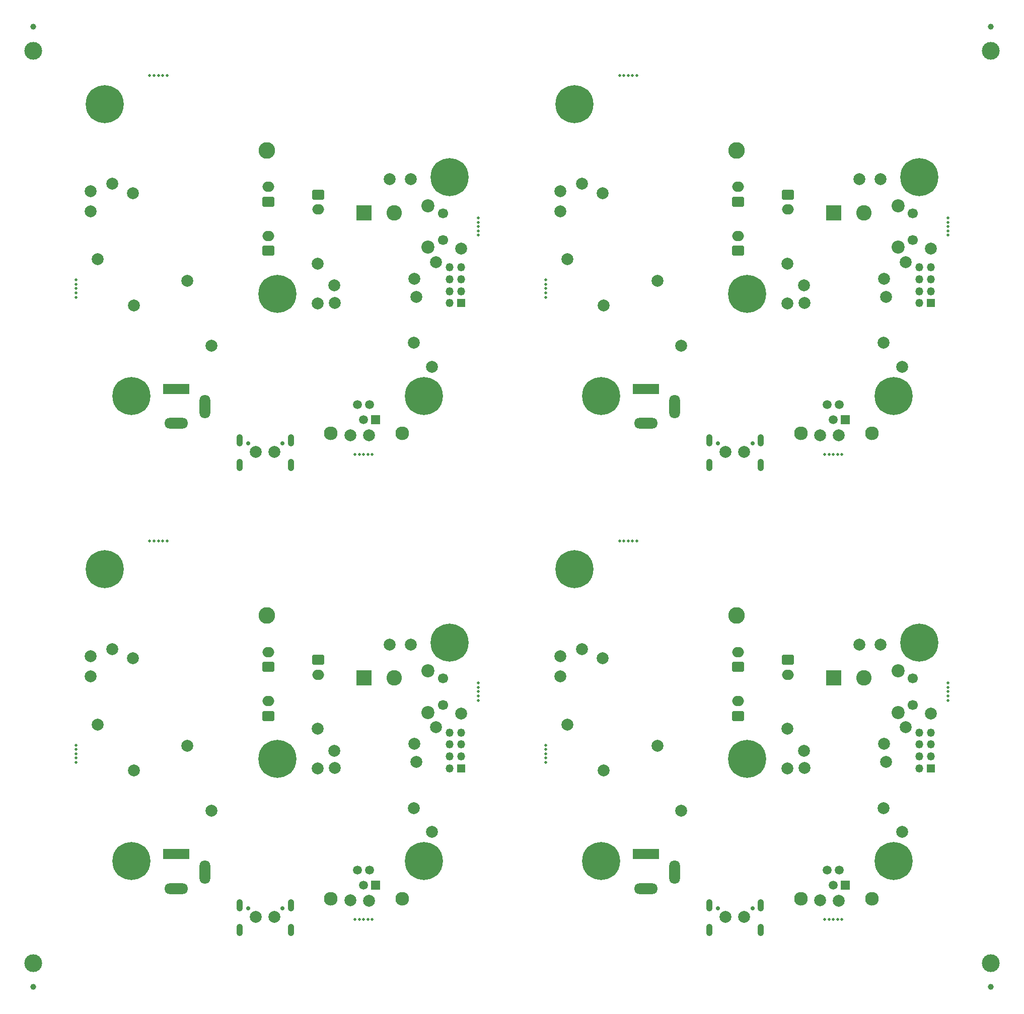
<source format=gbs>
G04 #@! TF.GenerationSoftware,KiCad,Pcbnew,6.0.0-d3dd2cf0fa~116~ubuntu20.04.1*
G04 #@! TF.CreationDate,2023-02-13T12:17:36+00:00*
G04 #@! TF.ProjectId,pixel-pump-mainboard-panel,70697865-6c2d-4707-956d-702d6d61696e,rev?*
G04 #@! TF.SameCoordinates,Original*
G04 #@! TF.FileFunction,Soldermask,Bot*
G04 #@! TF.FilePolarity,Negative*
%FSLAX46Y46*%
G04 Gerber Fmt 4.6, Leading zero omitted, Abs format (unit mm)*
G04 Created by KiCad (PCBNEW 6.0.0-d3dd2cf0fa~116~ubuntu20.04.1) date 2023-02-13 12:17:36*
%MOMM*%
%LPD*%
G01*
G04 APERTURE LIST*
G04 Aperture macros list*
%AMRoundRect*
0 Rectangle with rounded corners*
0 $1 Rounding radius*
0 $2 $3 $4 $5 $6 $7 $8 $9 X,Y pos of 4 corners*
0 Add a 4 corners polygon primitive as box body*
4,1,4,$2,$3,$4,$5,$6,$7,$8,$9,$2,$3,0*
0 Add four circle primitives for the rounded corners*
1,1,$1+$1,$2,$3*
1,1,$1+$1,$4,$5*
1,1,$1+$1,$6,$7*
1,1,$1+$1,$8,$9*
0 Add four rect primitives between the rounded corners*
20,1,$1+$1,$2,$3,$4,$5,0*
20,1,$1+$1,$4,$5,$6,$7,0*
20,1,$1+$1,$6,$7,$8,$9,0*
20,1,$1+$1,$8,$9,$2,$3,0*%
G04 Aperture macros list end*
%ADD10C,0.500000*%
%ADD11C,3.000000*%
%ADD12C,0.800000*%
%ADD13C,6.400000*%
%ADD14C,2.300000*%
%ADD15R,1.500000X1.500000*%
%ADD16C,1.500000*%
%ADD17RoundRect,0.250000X-0.750000X0.600000X-0.750000X-0.600000X0.750000X-0.600000X0.750000X0.600000X0*%
%ADD18O,2.000000X1.700000*%
%ADD19C,0.700000*%
%ADD20O,1.050000X2.100000*%
%ADD21RoundRect,0.250000X0.750000X-0.600000X0.750000X0.600000X-0.750000X0.600000X-0.750000X-0.600000X0*%
%ADD22C,2.800000*%
%ADD23C,2.200000*%
%ADD24C,1.700000*%
%ADD25R,4.400000X1.800000*%
%ADD26O,4.000000X1.800000*%
%ADD27O,1.800000X4.000000*%
%ADD28R,2.600000X2.600000*%
%ADD29C,2.600000*%
%ADD30R,1.350000X1.350000*%
%ADD31O,1.350000X1.350000*%
%ADD32C,2.000000*%
%ADD33C,1.000000*%
G04 APERTURE END LIST*
D10*
G04 #@! TO.C,REF\u002A\u002A*
X104760400Y-89459619D03*
G04 #@! TD*
G04 #@! TO.C,REF\u002A\u002A*
X90200000Y-47756399D03*
G04 #@! TD*
D11*
G04 #@! TO.C,REF\u002A\u002A*
X165000000Y-160519239D03*
G04 #@! TD*
D10*
G04 #@! TO.C,REF\u002A\u002A*
X78799999Y-35141999D03*
G04 #@! TD*
G04 #@! TO.C,REF\u002A\u002A*
X90200000Y-123841019D03*
G04 #@! TD*
G04 #@! TO.C,REF\u002A\u002A*
X23585401Y-11200000D03*
G04 #@! TD*
G04 #@! TO.C,REF\u002A\u002A*
X90200000Y-125291019D03*
G04 #@! TD*
D12*
G04 #@! TO.C,H3*
X47476000Y-126180019D03*
X45076000Y-123780019D03*
X43378944Y-124482963D03*
X46773056Y-127877075D03*
D13*
X45076000Y-126180019D03*
D12*
X42676000Y-126180019D03*
X46773056Y-124482963D03*
X45076000Y-128580019D03*
X43378944Y-127877075D03*
G04 #@! TD*
D14*
G04 #@! TO.C,J3*
X133062000Y-149667019D03*
X145062000Y-149667019D03*
D15*
X140592000Y-147367019D03*
D16*
X139572000Y-144827019D03*
X138552000Y-147367019D03*
X137532000Y-144827019D03*
G04 #@! TD*
D10*
G04 #@! TO.C,REF\u002A\u002A*
X11200001Y-46306399D03*
G04 #@! TD*
G04 #@! TO.C,REF\u002A\u002A*
X137102000Y-153160875D03*
G04 #@! TD*
G04 #@! TO.C,REF\u002A\u002A*
X78799999Y-115576619D03*
G04 #@! TD*
G04 #@! TO.C,REF\u002A\u002A*
X26485401Y-11200000D03*
G04 #@! TD*
G04 #@! TO.C,REF\u002A\u002A*
X157799999Y-114851619D03*
G04 #@! TD*
G04 #@! TO.C,REF\u002A\u002A*
X140002000Y-153160875D03*
G04 #@! TD*
G04 #@! TO.C,REF\u002A\u002A*
X78799999Y-38041999D03*
G04 #@! TD*
G04 #@! TO.C,REF\u002A\u002A*
X90200000Y-126016019D03*
G04 #@! TD*
D17*
G04 #@! TO.C,J4*
X130900200Y-31227199D03*
D18*
X130900200Y-33727199D03*
G04 #@! TD*
D19*
G04 #@! TO.C,J12*
X124934000Y-73056899D03*
X119154000Y-73056899D03*
D20*
X117724000Y-72526899D03*
X126364000Y-72526899D03*
X117724000Y-76706899D03*
X126364000Y-76706899D03*
G04 #@! TD*
D11*
G04 #@! TO.C,REF\u002A\u002A*
X4000000Y-7000000D03*
G04 #@! TD*
D10*
G04 #@! TO.C,REF\u002A\u002A*
X25760401Y-11200000D03*
G04 #@! TD*
D12*
G04 #@! TO.C,H5*
X17715456Y-95923875D03*
X14321344Y-92529763D03*
X13618400Y-94226819D03*
X16018400Y-91826819D03*
D13*
X16018400Y-94226819D03*
D12*
X18418400Y-94226819D03*
X17715456Y-92529763D03*
X16018400Y-96626819D03*
X14321344Y-95923875D03*
G04 #@! TD*
D10*
G04 #@! TO.C,REF\u002A\u002A*
X11200001Y-45581399D03*
G04 #@! TD*
G04 #@! TO.C,REF\u002A\u002A*
X90200000Y-45581399D03*
G04 #@! TD*
G04 #@! TO.C,REF\u002A\u002A*
X90200000Y-126741019D03*
G04 #@! TD*
D21*
G04 #@! TO.C,J1*
X122535000Y-110666019D03*
D18*
X122535000Y-108166019D03*
G04 #@! TD*
D10*
G04 #@! TO.C,REF\u002A\u002A*
X11200001Y-48481399D03*
G04 #@! TD*
D12*
G04 #@! TO.C,H4*
X101888800Y-143350419D03*
X97791744Y-145047475D03*
X101185856Y-145047475D03*
D13*
X99488800Y-143350419D03*
D12*
X97088800Y-143350419D03*
X97791744Y-141653363D03*
X99488800Y-145750419D03*
X99488800Y-140950419D03*
X101185856Y-141653363D03*
G04 #@! TD*
G04 #@! TO.C,H1*
X151063200Y-65090799D03*
X150360256Y-66787855D03*
X148663200Y-62690799D03*
D13*
X148663200Y-65090799D03*
D12*
X148663200Y-67490799D03*
X146263200Y-65090799D03*
X146966144Y-66787855D03*
X146966144Y-63393743D03*
X150360256Y-63393743D03*
G04 #@! TD*
D19*
G04 #@! TO.C,J12*
X124934000Y-151316519D03*
X119154000Y-151316519D03*
D20*
X117724000Y-150786519D03*
X126364000Y-150786519D03*
X117724000Y-154966519D03*
X126364000Y-154966519D03*
G04 #@! TD*
D13*
G04 #@! TO.C,H5*
X95018400Y-15967199D03*
D12*
X92618400Y-15967199D03*
X96715456Y-14270143D03*
X95018400Y-18367199D03*
X95018400Y-13567199D03*
X93321344Y-17664255D03*
X97418400Y-15967199D03*
X93321344Y-14270143D03*
X96715456Y-17664255D03*
G04 #@! TD*
D21*
G04 #@! TO.C,J1*
X122535000Y-32406399D03*
D18*
X122535000Y-29906399D03*
G04 #@! TD*
D10*
G04 #@! TO.C,REF\u002A\u002A*
X140002000Y-74901255D03*
G04 #@! TD*
D12*
G04 #@! TO.C,H4*
X99488800Y-67490799D03*
X97791744Y-66787855D03*
X101185856Y-66787855D03*
X97791744Y-63393743D03*
X101888800Y-65090799D03*
X99488800Y-62690799D03*
X97088800Y-65090799D03*
X101185856Y-63393743D03*
D13*
X99488800Y-65090799D03*
G04 #@! TD*
D10*
G04 #@! TO.C,REF\u002A\u002A*
X24310401Y-89459619D03*
G04 #@! TD*
D21*
G04 #@! TO.C,J1*
X43535000Y-110666019D03*
D18*
X43535000Y-108166019D03*
G04 #@! TD*
D10*
G04 #@! TO.C,REF\u002A\u002A*
X138552000Y-153160875D03*
G04 #@! TD*
D22*
G04 #@! TO.C,TP19*
X122298000Y-23790399D03*
G04 #@! TD*
D10*
G04 #@! TO.C,REF\u002A\u002A*
X103310400Y-89459619D03*
G04 #@! TD*
G04 #@! TO.C,REF\u002A\u002A*
X24310401Y-11200000D03*
G04 #@! TD*
D17*
G04 #@! TO.C,J4*
X51900200Y-31227199D03*
D18*
X51900200Y-33727199D03*
G04 #@! TD*
D17*
G04 #@! TO.C,J4*
X51900200Y-109486819D03*
D18*
X51900200Y-111986819D03*
G04 #@! TD*
D10*
G04 #@! TO.C,REF\u002A\u002A*
X78799999Y-36591999D03*
G04 #@! TD*
D23*
G04 #@! TO.C,SW1*
X149403800Y-118351619D03*
X149403800Y-111351619D03*
D24*
X151903800Y-112601619D03*
X151903800Y-117101619D03*
G04 #@! TD*
D10*
G04 #@! TO.C,REF\u002A\u002A*
X157799999Y-35141999D03*
G04 #@! TD*
D11*
G04 #@! TO.C,REF\u002A\u002A*
X165000000Y-7000000D03*
G04 #@! TD*
D14*
G04 #@! TO.C,J3*
X54062000Y-149667019D03*
X66062000Y-149667019D03*
D15*
X61592000Y-147367019D03*
D16*
X60572000Y-144827019D03*
X59552000Y-147367019D03*
X58532000Y-144827019D03*
G04 #@! TD*
D25*
G04 #@! TO.C,J5*
X107067600Y-63922399D03*
D26*
X107067600Y-69722399D03*
D27*
X111867600Y-66922399D03*
G04 #@! TD*
D12*
G04 #@! TO.C,H3*
X125773056Y-127877075D03*
D13*
X124076000Y-126180019D03*
D12*
X126476000Y-126180019D03*
X122378944Y-127877075D03*
X125773056Y-124482963D03*
X121676000Y-126180019D03*
X124076000Y-123780019D03*
X124076000Y-128580019D03*
X122378944Y-124482963D03*
G04 #@! TD*
D23*
G04 #@! TO.C,SW1*
X149403800Y-33091999D03*
X149403800Y-40091999D03*
D24*
X151903800Y-34341999D03*
X151903800Y-38841999D03*
G04 #@! TD*
D10*
G04 #@! TO.C,REF\u002A\u002A*
X157799999Y-37316999D03*
G04 #@! TD*
G04 #@! TO.C,REF\u002A\u002A*
X137827000Y-153160875D03*
G04 #@! TD*
D21*
G04 #@! TO.C,J2*
X122535000Y-118921019D03*
D18*
X122535000Y-116421019D03*
G04 #@! TD*
D10*
G04 #@! TO.C,REF\u002A\u002A*
X78799999Y-113401619D03*
G04 #@! TD*
D12*
G04 #@! TO.C,H4*
X20488800Y-145750419D03*
X22185856Y-145047475D03*
D13*
X20488800Y-143350419D03*
D12*
X18088800Y-143350419D03*
X22185856Y-141653363D03*
X18791744Y-145047475D03*
X22888800Y-143350419D03*
X18791744Y-141653363D03*
X20488800Y-140950419D03*
G04 #@! TD*
D25*
G04 #@! TO.C,J5*
X28067600Y-142182019D03*
D26*
X28067600Y-147982019D03*
D27*
X32867600Y-145182019D03*
G04 #@! TD*
D10*
G04 #@! TO.C,REF\u002A\u002A*
X78799999Y-114851619D03*
G04 #@! TD*
G04 #@! TO.C,REF\u002A\u002A*
X61002000Y-153160875D03*
G04 #@! TD*
G04 #@! TO.C,REF\u002A\u002A*
X25035401Y-11200000D03*
G04 #@! TD*
D12*
G04 #@! TO.C,H2*
X155381200Y-106571219D03*
X154678256Y-108268275D03*
D13*
X152981200Y-106571219D03*
D12*
X151284144Y-104874163D03*
X152981200Y-104171219D03*
X154678256Y-104874163D03*
X151284144Y-108268275D03*
X150581200Y-106571219D03*
X152981200Y-108971219D03*
G04 #@! TD*
D10*
G04 #@! TO.C,REF\u002A\u002A*
X137102000Y-74901255D03*
G04 #@! TD*
G04 #@! TO.C,REF\u002A\u002A*
X104035400Y-89459619D03*
G04 #@! TD*
G04 #@! TO.C,REF\u002A\u002A*
X58827000Y-74901255D03*
G04 #@! TD*
G04 #@! TO.C,REF\u002A\u002A*
X157799999Y-114126619D03*
G04 #@! TD*
D14*
G04 #@! TO.C,J3*
X145062000Y-71407399D03*
X133062000Y-71407399D03*
D15*
X140592000Y-69107399D03*
D16*
X139572000Y-66567399D03*
X138552000Y-69107399D03*
X137532000Y-66567399D03*
G04 #@! TD*
D10*
G04 #@! TO.C,REF\u002A\u002A*
X58827000Y-153160875D03*
G04 #@! TD*
D22*
G04 #@! TO.C,TP19*
X43298000Y-23790399D03*
G04 #@! TD*
D13*
G04 #@! TO.C,H2*
X73981200Y-28311599D03*
D12*
X72284144Y-30008655D03*
X73981200Y-25911599D03*
X76381200Y-28311599D03*
X72284144Y-26614543D03*
X73981200Y-30711599D03*
X71581200Y-28311599D03*
X75678256Y-26614543D03*
X75678256Y-30008655D03*
G04 #@! TD*
D10*
G04 #@! TO.C,REF\u002A\u002A*
X90200000Y-48481399D03*
G04 #@! TD*
D12*
G04 #@! TO.C,H2*
X154678256Y-30008655D03*
X152981200Y-25911599D03*
X155381200Y-28311599D03*
D13*
X152981200Y-28311599D03*
D12*
X154678256Y-26614543D03*
X150581200Y-28311599D03*
X151284144Y-30008655D03*
X152981200Y-30711599D03*
X151284144Y-26614543D03*
G04 #@! TD*
G04 #@! TO.C,H5*
X17715456Y-14270143D03*
X14321344Y-17664255D03*
D13*
X16018400Y-15967199D03*
D12*
X13618400Y-15967199D03*
X17715456Y-17664255D03*
X18418400Y-15967199D03*
X16018400Y-13567199D03*
X14321344Y-14270143D03*
X16018400Y-18367199D03*
G04 #@! TD*
D10*
G04 #@! TO.C,REF\u002A\u002A*
X59552000Y-74901255D03*
G04 #@! TD*
D12*
G04 #@! TO.C,H3*
X43378944Y-46223343D03*
X46773056Y-46223343D03*
X47476000Y-47920399D03*
X45076000Y-50320399D03*
X43378944Y-49617455D03*
D13*
X45076000Y-47920399D03*
D12*
X45076000Y-45520399D03*
X46773056Y-49617455D03*
X42676000Y-47920399D03*
G04 #@! TD*
D19*
G04 #@! TO.C,J12*
X40154000Y-73056899D03*
X45934000Y-73056899D03*
D20*
X38724000Y-72526899D03*
X47364000Y-72526899D03*
X38724000Y-76706899D03*
X47364000Y-76706899D03*
G04 #@! TD*
D28*
G04 #@! TO.C,J6*
X59625200Y-34306199D03*
D29*
X64705200Y-34306199D03*
G04 #@! TD*
D25*
G04 #@! TO.C,J5*
X107067600Y-142182019D03*
D26*
X107067600Y-147982019D03*
D27*
X111867600Y-145182019D03*
G04 #@! TD*
D22*
G04 #@! TO.C,TP19*
X122298000Y-102050019D03*
G04 #@! TD*
D30*
G04 #@! TO.C,J11*
X75971800Y-49472599D03*
D31*
X73971800Y-49472599D03*
X75971800Y-47472599D03*
X73971800Y-47472599D03*
X75971800Y-45472599D03*
X73971800Y-45472599D03*
X75971800Y-43472599D03*
X73971800Y-43472599D03*
G04 #@! TD*
D17*
G04 #@! TO.C,J4*
X130900200Y-109486819D03*
D18*
X130900200Y-111986819D03*
G04 #@! TD*
D10*
G04 #@! TO.C,REF\u002A\u002A*
X102585400Y-11200000D03*
G04 #@! TD*
G04 #@! TO.C,REF\u002A\u002A*
X157799999Y-115576619D03*
G04 #@! TD*
G04 #@! TO.C,REF\u002A\u002A*
X138552000Y-74901255D03*
G04 #@! TD*
G04 #@! TO.C,REF\u002A\u002A*
X11200001Y-126016019D03*
G04 #@! TD*
G04 #@! TO.C,REF\u002A\u002A*
X25760401Y-89459619D03*
G04 #@! TD*
G04 #@! TO.C,REF\u002A\u002A*
X105485400Y-89459619D03*
G04 #@! TD*
D30*
G04 #@! TO.C,J11*
X75971800Y-127732219D03*
D31*
X73971800Y-127732219D03*
X75971800Y-125732219D03*
X73971800Y-125732219D03*
X75971800Y-123732219D03*
X73971800Y-123732219D03*
X75971800Y-121732219D03*
X73971800Y-121732219D03*
G04 #@! TD*
D30*
G04 #@! TO.C,J11*
X154971800Y-49472599D03*
D31*
X152971800Y-49472599D03*
X154971800Y-47472599D03*
X152971800Y-47472599D03*
X154971800Y-45472599D03*
X152971800Y-45472599D03*
X154971800Y-43472599D03*
X152971800Y-43472599D03*
G04 #@! TD*
D30*
G04 #@! TO.C,J11*
X154971800Y-127732219D03*
D31*
X152971800Y-127732219D03*
X154971800Y-125732219D03*
X152971800Y-125732219D03*
X154971800Y-123732219D03*
X152971800Y-123732219D03*
X154971800Y-121732219D03*
X152971800Y-121732219D03*
G04 #@! TD*
D10*
G04 #@! TO.C,REF\u002A\u002A*
X90200000Y-47031399D03*
G04 #@! TD*
D21*
G04 #@! TO.C,J2*
X43535000Y-118921019D03*
D18*
X43535000Y-116421019D03*
G04 #@! TD*
D28*
G04 #@! TO.C,J6*
X138625200Y-34306199D03*
D29*
X143705200Y-34306199D03*
G04 #@! TD*
D28*
G04 #@! TO.C,J6*
X138625200Y-112565819D03*
D29*
X143705200Y-112565819D03*
G04 #@! TD*
D12*
G04 #@! TO.C,H1*
X71360256Y-141653363D03*
X71360256Y-145047475D03*
X67263200Y-143350419D03*
D13*
X69663200Y-143350419D03*
D12*
X69663200Y-145750419D03*
X67966144Y-141653363D03*
X67966144Y-145047475D03*
X72063200Y-143350419D03*
X69663200Y-140950419D03*
G04 #@! TD*
D10*
G04 #@! TO.C,REF\u002A\u002A*
X60277000Y-153160875D03*
G04 #@! TD*
G04 #@! TO.C,REF\u002A\u002A*
X11200001Y-47756399D03*
G04 #@! TD*
G04 #@! TO.C,REF\u002A\u002A*
X11200001Y-123841019D03*
G04 #@! TD*
G04 #@! TO.C,REF\u002A\u002A*
X11200001Y-126741019D03*
G04 #@! TD*
G04 #@! TO.C,REF\u002A\u002A*
X104035400Y-11200000D03*
G04 #@! TD*
G04 #@! TO.C,REF\u002A\u002A*
X26485401Y-89459619D03*
G04 #@! TD*
D22*
G04 #@! TO.C,TP19*
X43298000Y-102050019D03*
G04 #@! TD*
D12*
G04 #@! TO.C,H1*
X71360256Y-63393743D03*
X69663200Y-62690799D03*
X72063200Y-65090799D03*
D13*
X69663200Y-65090799D03*
D12*
X69663200Y-67490799D03*
X67966144Y-63393743D03*
X67966144Y-66787855D03*
X67263200Y-65090799D03*
X71360256Y-66787855D03*
G04 #@! TD*
D10*
G04 #@! TO.C,REF\u002A\u002A*
X102585400Y-89459619D03*
G04 #@! TD*
D21*
G04 #@! TO.C,J2*
X43535000Y-40661399D03*
D18*
X43535000Y-38161399D03*
G04 #@! TD*
D12*
G04 #@! TO.C,H3*
X121676000Y-47920399D03*
X125773056Y-46223343D03*
X125773056Y-49617455D03*
D13*
X124076000Y-47920399D03*
D12*
X124076000Y-50320399D03*
X126476000Y-47920399D03*
X124076000Y-45520399D03*
X122378944Y-49617455D03*
X122378944Y-46223343D03*
G04 #@! TD*
D21*
G04 #@! TO.C,J1*
X43535000Y-32406399D03*
D18*
X43535000Y-29906399D03*
G04 #@! TD*
D10*
G04 #@! TO.C,REF\u002A\u002A*
X78799999Y-35866999D03*
G04 #@! TD*
G04 #@! TO.C,REF\u002A\u002A*
X58102000Y-153160875D03*
G04 #@! TD*
D12*
G04 #@! TO.C,H1*
X146966144Y-145047475D03*
X150360256Y-141653363D03*
X151063200Y-143350419D03*
X146263200Y-143350419D03*
X148663200Y-140950419D03*
D13*
X148663200Y-143350419D03*
D12*
X146966144Y-141653363D03*
X148663200Y-145750419D03*
X150360256Y-145047475D03*
G04 #@! TD*
D10*
G04 #@! TO.C,REF\u002A\u002A*
X25035401Y-89459619D03*
G04 #@! TD*
G04 #@! TO.C,REF\u002A\u002A*
X139277000Y-153160875D03*
G04 #@! TD*
G04 #@! TO.C,REF\u002A\u002A*
X157799999Y-113401619D03*
G04 #@! TD*
D11*
G04 #@! TO.C,REF\u002A\u002A*
X4000000Y-160519239D03*
G04 #@! TD*
D12*
G04 #@! TO.C,H2*
X75678256Y-104874163D03*
D13*
X73981200Y-106571219D03*
D12*
X73981200Y-104171219D03*
X72284144Y-108268275D03*
X71581200Y-106571219D03*
X72284144Y-104874163D03*
X76381200Y-106571219D03*
X73981200Y-108971219D03*
X75678256Y-108268275D03*
G04 #@! TD*
D10*
G04 #@! TO.C,REF\u002A\u002A*
X23585401Y-89459619D03*
G04 #@! TD*
G04 #@! TO.C,REF\u002A\u002A*
X157799999Y-36591999D03*
G04 #@! TD*
G04 #@! TO.C,REF\u002A\u002A*
X78799999Y-37316999D03*
G04 #@! TD*
G04 #@! TO.C,REF\u002A\u002A*
X11200001Y-47031399D03*
G04 #@! TD*
D19*
G04 #@! TO.C,J12*
X40154000Y-151316519D03*
X45934000Y-151316519D03*
D20*
X38724000Y-150786519D03*
X47364000Y-150786519D03*
X38724000Y-154966519D03*
X47364000Y-154966519D03*
G04 #@! TD*
D10*
G04 #@! TO.C,REF\u002A\u002A*
X157799999Y-38041999D03*
G04 #@! TD*
D28*
G04 #@! TO.C,J6*
X59625200Y-112565819D03*
D29*
X64705200Y-112565819D03*
G04 #@! TD*
D10*
G04 #@! TO.C,REF\u002A\u002A*
X61002000Y-74901255D03*
G04 #@! TD*
G04 #@! TO.C,REF\u002A\u002A*
X90200000Y-46306399D03*
G04 #@! TD*
D23*
G04 #@! TO.C,SW1*
X70403800Y-33091999D03*
X70403800Y-40091999D03*
D24*
X72903800Y-34341999D03*
X72903800Y-38841999D03*
G04 #@! TD*
D25*
G04 #@! TO.C,J5*
X28067600Y-63922399D03*
D26*
X28067600Y-69722399D03*
D27*
X32867600Y-66922399D03*
G04 #@! TD*
D12*
G04 #@! TO.C,H5*
X92618400Y-94226819D03*
X93321344Y-95923875D03*
X97418400Y-94226819D03*
D13*
X95018400Y-94226819D03*
D12*
X96715456Y-92529763D03*
X93321344Y-92529763D03*
X95018400Y-91826819D03*
X95018400Y-96626819D03*
X96715456Y-95923875D03*
G04 #@! TD*
D10*
G04 #@! TO.C,REF\u002A\u002A*
X157799999Y-35866999D03*
G04 #@! TD*
G04 #@! TO.C,REF\u002A\u002A*
X90200000Y-124566019D03*
G04 #@! TD*
G04 #@! TO.C,REF\u002A\u002A*
X60277000Y-74901255D03*
G04 #@! TD*
D14*
G04 #@! TO.C,J3*
X54062000Y-71407399D03*
X66062000Y-71407399D03*
D15*
X61592000Y-69107399D03*
D16*
X60572000Y-66567399D03*
X59552000Y-69107399D03*
X58532000Y-66567399D03*
G04 #@! TD*
D10*
G04 #@! TO.C,REF\u002A\u002A*
X137827000Y-74901255D03*
G04 #@! TD*
G04 #@! TO.C,REF\u002A\u002A*
X105485400Y-11200000D03*
G04 #@! TD*
G04 #@! TO.C,REF\u002A\u002A*
X58102000Y-74901255D03*
G04 #@! TD*
D23*
G04 #@! TO.C,SW1*
X70403800Y-111351619D03*
X70403800Y-118351619D03*
D24*
X72903800Y-112601619D03*
X72903800Y-117101619D03*
G04 #@! TD*
D10*
G04 #@! TO.C,REF\u002A\u002A*
X104760400Y-11200000D03*
G04 #@! TD*
D12*
G04 #@! TO.C,H4*
X20488800Y-67490799D03*
X18088800Y-65090799D03*
X22888800Y-65090799D03*
X22185856Y-63393743D03*
X20488800Y-62690799D03*
X18791744Y-66787855D03*
X18791744Y-63393743D03*
D13*
X20488800Y-65090799D03*
D12*
X22185856Y-66787855D03*
G04 #@! TD*
D21*
G04 #@! TO.C,J2*
X122535000Y-40661399D03*
D18*
X122535000Y-38161399D03*
G04 #@! TD*
D10*
G04 #@! TO.C,REF\u002A\u002A*
X103310400Y-11200000D03*
G04 #@! TD*
G04 #@! TO.C,REF\u002A\u002A*
X78799999Y-114126619D03*
G04 #@! TD*
G04 #@! TO.C,REF\u002A\u002A*
X139277000Y-74901255D03*
G04 #@! TD*
G04 #@! TO.C,REF\u002A\u002A*
X59552000Y-153160875D03*
G04 #@! TD*
G04 #@! TO.C,REF\u002A\u002A*
X11200001Y-124566019D03*
G04 #@! TD*
G04 #@! TO.C,REF\u002A\u002A*
X11200001Y-125291019D03*
G04 #@! TD*
G04 #@! TO.C,REF\u002A\u002A*
X78799999Y-116301619D03*
G04 #@! TD*
G04 #@! TO.C,REF\u002A\u002A*
X157799999Y-116301619D03*
G04 #@! TD*
D32*
G04 #@! TO.C,TP13*
X93800000Y-42116399D03*
G04 #@! TD*
G04 #@! TO.C,TP6*
X146469000Y-106922019D03*
G04 #@! TD*
G04 #@! TO.C,TP24*
X75937000Y-118560019D03*
G04 #@! TD*
G04 #@! TO.C,TP1*
X44517200Y-74488799D03*
G04 #@! TD*
G04 #@! TO.C,TP10*
X13650000Y-112288019D03*
G04 #@! TD*
G04 #@! TO.C,TP9*
X20717400Y-109263619D03*
G04 #@! TD*
G04 #@! TO.C,TP16*
X99920600Y-49850799D03*
G04 #@! TD*
G04 #@! TO.C,TP7*
X17300000Y-107676019D03*
G04 #@! TD*
G04 #@! TO.C,TP31*
X60493800Y-71745599D03*
G04 #@! TD*
G04 #@! TO.C,TP11*
X108937600Y-45710599D03*
G04 #@! TD*
G04 #@! TO.C,TP22*
X67986800Y-56175399D03*
G04 #@! TD*
G04 #@! TO.C,TP11*
X29937600Y-45710599D03*
G04 #@! TD*
D33*
G04 #@! TO.C,REF\u002A\u002A*
X165000000Y-3000000D03*
G04 #@! TD*
D32*
G04 #@! TO.C,TP25*
X133702600Y-49418999D03*
G04 #@! TD*
G04 #@! TO.C,TP1*
X123517200Y-74488799D03*
G04 #@! TD*
G04 #@! TO.C,TP3*
X63928000Y-106922019D03*
G04 #@! TD*
G04 #@! TO.C,TP25*
X54702600Y-127678619D03*
G04 #@! TD*
G04 #@! TO.C,TP1*
X123517200Y-152748419D03*
G04 #@! TD*
G04 #@! TO.C,TP14*
X147063000Y-123640019D03*
G04 #@! TD*
G04 #@! TO.C,TP16*
X20920600Y-128110419D03*
G04 #@! TD*
G04 #@! TO.C,TP12*
X150746000Y-42586399D03*
G04 #@! TD*
G04 #@! TO.C,TP28*
X54601000Y-124783019D03*
G04 #@! TD*
G04 #@! TO.C,TP7*
X96300000Y-29416399D03*
G04 #@! TD*
G04 #@! TO.C,TP4*
X13650000Y-108926019D03*
G04 #@! TD*
G04 #@! TO.C,TP1*
X44517200Y-152748419D03*
G04 #@! TD*
G04 #@! TO.C,TP31*
X60493800Y-150005219D03*
G04 #@! TD*
G04 #@! TO.C,TP9*
X99717400Y-31003999D03*
G04 #@! TD*
G04 #@! TO.C,TP9*
X20717400Y-31003999D03*
G04 #@! TD*
G04 #@! TO.C,TP16*
X99920600Y-128110419D03*
G04 #@! TD*
G04 #@! TO.C,TP16*
X20920600Y-49850799D03*
G04 #@! TD*
G04 #@! TO.C,TP27*
X51857800Y-49520599D03*
G04 #@! TD*
G04 #@! TO.C,TP6*
X146469000Y-28662399D03*
G04 #@! TD*
G04 #@! TO.C,TP4*
X13650000Y-30666399D03*
G04 #@! TD*
G04 #@! TO.C,TP26*
X130807000Y-42840399D03*
G04 #@! TD*
G04 #@! TO.C,TP2*
X41418400Y-74488799D03*
G04 #@! TD*
G04 #@! TO.C,TP15*
X147444000Y-126688019D03*
G04 #@! TD*
G04 #@! TO.C,TP9*
X99717400Y-109263619D03*
G04 #@! TD*
G04 #@! TO.C,TP5*
X33950800Y-56607199D03*
G04 #@! TD*
G04 #@! TO.C,TP10*
X92650000Y-112288019D03*
G04 #@! TD*
G04 #@! TO.C,TP20*
X57344200Y-71694799D03*
G04 #@! TD*
G04 #@! TO.C,TP22*
X67986800Y-134435019D03*
G04 #@! TD*
G04 #@! TO.C,TP27*
X130857800Y-49520599D03*
G04 #@! TD*
G04 #@! TO.C,TP12*
X150746000Y-120846019D03*
G04 #@! TD*
G04 #@! TO.C,TP15*
X68444000Y-48428399D03*
G04 #@! TD*
G04 #@! TO.C,TP6*
X67469000Y-106922019D03*
G04 #@! TD*
G04 #@! TO.C,TP26*
X130807000Y-121100019D03*
G04 #@! TD*
G04 #@! TO.C,TP24*
X75937000Y-40300399D03*
G04 #@! TD*
G04 #@! TO.C,TP2*
X120418400Y-74488799D03*
G04 #@! TD*
G04 #@! TO.C,TP15*
X147444000Y-48428399D03*
G04 #@! TD*
G04 #@! TO.C,TP5*
X33950800Y-134866819D03*
G04 #@! TD*
G04 #@! TO.C,TP23*
X150085600Y-138422819D03*
G04 #@! TD*
G04 #@! TO.C,TP26*
X51807000Y-42840399D03*
G04 #@! TD*
G04 #@! TO.C,TP4*
X92650000Y-108926019D03*
G04 #@! TD*
G04 #@! TO.C,TP6*
X67469000Y-28662399D03*
G04 #@! TD*
G04 #@! TO.C,TP23*
X71085600Y-60163199D03*
G04 #@! TD*
G04 #@! TO.C,TP22*
X146986800Y-56175399D03*
G04 #@! TD*
G04 #@! TO.C,TP20*
X136344200Y-71694799D03*
G04 #@! TD*
G04 #@! TO.C,TP23*
X150085600Y-60163199D03*
G04 #@! TD*
G04 #@! TO.C,TP12*
X71746000Y-42586399D03*
G04 #@! TD*
G04 #@! TO.C,TP14*
X68063000Y-123640019D03*
G04 #@! TD*
G04 #@! TO.C,TP25*
X133702600Y-127678619D03*
G04 #@! TD*
G04 #@! TO.C,TP31*
X139493800Y-150005219D03*
G04 #@! TD*
G04 #@! TO.C,TP28*
X54601000Y-46523399D03*
G04 #@! TD*
G04 #@! TO.C,TP2*
X41418400Y-152748419D03*
G04 #@! TD*
G04 #@! TO.C,TP13*
X14800000Y-42116399D03*
G04 #@! TD*
G04 #@! TO.C,TP14*
X68063000Y-45380399D03*
G04 #@! TD*
G04 #@! TO.C,TP25*
X54702600Y-49418999D03*
G04 #@! TD*
G04 #@! TO.C,TP3*
X142928000Y-28662399D03*
G04 #@! TD*
G04 #@! TO.C,TP23*
X71085600Y-138422819D03*
G04 #@! TD*
G04 #@! TO.C,TP10*
X13650000Y-34028399D03*
G04 #@! TD*
G04 #@! TO.C,TP5*
X112950800Y-56607199D03*
G04 #@! TD*
G04 #@! TO.C,TP3*
X142928000Y-106922019D03*
G04 #@! TD*
G04 #@! TO.C,TP24*
X154937000Y-118560019D03*
G04 #@! TD*
G04 #@! TO.C,TP3*
X63928000Y-28662399D03*
G04 #@! TD*
G04 #@! TO.C,TP14*
X147063000Y-45380399D03*
G04 #@! TD*
G04 #@! TO.C,TP7*
X17300000Y-29416399D03*
G04 #@! TD*
G04 #@! TO.C,TP26*
X51807000Y-121100019D03*
G04 #@! TD*
G04 #@! TO.C,TP4*
X92650000Y-30666399D03*
G04 #@! TD*
G04 #@! TO.C,TP11*
X108937600Y-123970219D03*
G04 #@! TD*
G04 #@! TO.C,TP13*
X93800000Y-120376019D03*
G04 #@! TD*
G04 #@! TO.C,TP13*
X14800000Y-120376019D03*
G04 #@! TD*
G04 #@! TO.C,TP20*
X136344200Y-149954419D03*
G04 #@! TD*
G04 #@! TO.C,TP27*
X51857800Y-127780219D03*
G04 #@! TD*
G04 #@! TO.C,TP15*
X68444000Y-126688019D03*
G04 #@! TD*
D33*
G04 #@! TO.C,REF\u002A\u002A*
X165000000Y-164519239D03*
G04 #@! TD*
D32*
G04 #@! TO.C,TP11*
X29937600Y-123970219D03*
G04 #@! TD*
G04 #@! TO.C,TP2*
X120418400Y-152748419D03*
G04 #@! TD*
G04 #@! TO.C,TP28*
X133601000Y-46523399D03*
G04 #@! TD*
G04 #@! TO.C,TP7*
X96300000Y-107676019D03*
G04 #@! TD*
G04 #@! TO.C,TP12*
X71746000Y-120846019D03*
G04 #@! TD*
G04 #@! TO.C,TP20*
X57344200Y-149954419D03*
G04 #@! TD*
G04 #@! TO.C,TP10*
X92650000Y-34028399D03*
G04 #@! TD*
G04 #@! TO.C,TP27*
X130857800Y-127780219D03*
G04 #@! TD*
G04 #@! TO.C,TP5*
X112950800Y-134866819D03*
G04 #@! TD*
D33*
G04 #@! TO.C,REF\u002A\u002A*
X4000000Y-3000000D03*
G04 #@! TD*
G04 #@! TO.C,REF\u002A\u002A*
X4000000Y-164519239D03*
G04 #@! TD*
D32*
G04 #@! TO.C,TP22*
X146986800Y-134435019D03*
G04 #@! TD*
G04 #@! TO.C,TP24*
X154937000Y-40300399D03*
G04 #@! TD*
G04 #@! TO.C,TP28*
X133601000Y-124783019D03*
G04 #@! TD*
G04 #@! TO.C,TP31*
X139493800Y-71745599D03*
G04 #@! TD*
M02*

</source>
